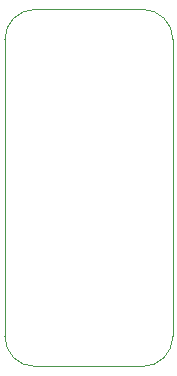
<source format=gbr>
%TF.GenerationSoftware,KiCad,Pcbnew,(6.0.1-0)*%
%TF.CreationDate,2022-02-08T22:41:07+01:00*%
%TF.ProjectId,muVox_programmer,6d75566f-785f-4707-926f-6772616d6d65,rev?*%
%TF.SameCoordinates,Original*%
%TF.FileFunction,Profile,NP*%
%FSLAX46Y46*%
G04 Gerber Fmt 4.6, Leading zero omitted, Abs format (unit mm)*
G04 Created by KiCad (PCBNEW (6.0.1-0)) date 2022-02-08 22:41:07*
%MOMM*%
%LPD*%
G01*
G04 APERTURE LIST*
%TA.AperFunction,Profile*%
%ADD10C,0.100000*%
%TD*%
G04 APERTURE END LIST*
D10*
X130556000Y-53594000D02*
X130556000Y-78740000D01*
X144780000Y-78740000D02*
X144780000Y-53594000D01*
X133096000Y-81280000D02*
X142240000Y-81280000D01*
X133096000Y-51054000D02*
G75*
G03*
X130556000Y-53594000I1J-2540001D01*
G01*
X142240000Y-81280000D02*
G75*
G03*
X144780000Y-78740000I-1J2540001D01*
G01*
X142240000Y-51054000D02*
X133096000Y-51054000D01*
X144780000Y-53594000D02*
G75*
G03*
X142240000Y-51054000I-2540001J-1D01*
G01*
X130556000Y-78740000D02*
G75*
G03*
X133096000Y-81280000I2540001J1D01*
G01*
M02*

</source>
